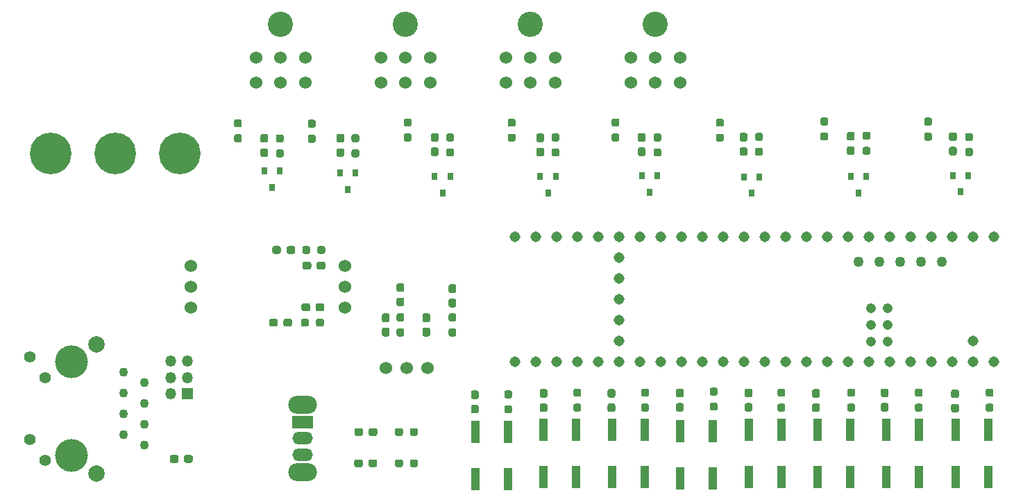
<source format=gbr>
%TF.GenerationSoftware,KiCad,Pcbnew,(5.1.10)-1*%
%TF.CreationDate,2021-12-04T20:09:58-06:00*%
%TF.ProjectId,GimbalBoard_Hardware,47696d62-616c-4426-9f61-72645f486172,rev?*%
%TF.SameCoordinates,Original*%
%TF.FileFunction,Soldermask,Top*%
%TF.FilePolarity,Negative*%
%FSLAX46Y46*%
G04 Gerber Fmt 4.6, Leading zero omitted, Abs format (unit mm)*
G04 Created by KiCad (PCBNEW (5.1.10)-1) date 2021-12-04 20:09:58*
%MOMM*%
%LPD*%
G01*
G04 APERTURE LIST*
%ADD10C,1.308000*%
%ADD11C,1.208000*%
%ADD12C,1.258000*%
%ADD13O,3.500000X2.200000*%
%ADD14O,2.500000X1.500000*%
%ADD15R,2.500000X1.500000*%
%ADD16C,1.524000*%
%ADD17C,3.073400*%
%ADD18C,2.000000*%
%ADD19C,1.400000*%
%ADD20C,4.000000*%
%ADD21C,1.100000*%
%ADD22R,1.000000X2.750000*%
%ADD23R,1.350000X1.350000*%
%ADD24O,1.350000X1.350000*%
%ADD25R,0.800000X0.900000*%
%ADD26C,5.080000*%
G04 APERTURE END LIST*
D10*
%TO.C,U5*%
X146558000Y-62484000D03*
X100838000Y-65024000D03*
X110998000Y-77724000D03*
D11*
X131588000Y-75274000D03*
X131588000Y-71274000D03*
D10*
X100838000Y-75184000D03*
D11*
X133588000Y-75274000D03*
D10*
X144018000Y-62484000D03*
X100838000Y-67564000D03*
X144018000Y-75184000D03*
X100838000Y-72644000D03*
D11*
X131588000Y-73274000D03*
D10*
X100838000Y-70104000D03*
X146558000Y-77724000D03*
X121158000Y-62484000D03*
X90678000Y-62484000D03*
X103378000Y-77724000D03*
X136398000Y-62484000D03*
X133858000Y-77724000D03*
X141478000Y-77724000D03*
D12*
X140208000Y-65534000D03*
D10*
X141478000Y-62484000D03*
D12*
X137668000Y-65534000D03*
D10*
X118618000Y-77724000D03*
X144018000Y-77724000D03*
X93218000Y-77724000D03*
D11*
X133588000Y-73274000D03*
D10*
X108458000Y-77724000D03*
X116078000Y-62484000D03*
D12*
X135128000Y-65534000D03*
D10*
X128778000Y-77724000D03*
X131318000Y-77724000D03*
X98298000Y-62484000D03*
X108458000Y-62484000D03*
X88138000Y-62484000D03*
X95758000Y-62484000D03*
X100838000Y-77724000D03*
X126238000Y-77724000D03*
X123698000Y-62484000D03*
D11*
X133588000Y-71274000D03*
D10*
X95758000Y-77724000D03*
X105918000Y-77724000D03*
X133858000Y-62484000D03*
D12*
X132588000Y-65534000D03*
D10*
X128778000Y-62484000D03*
X118618000Y-62484000D03*
X113538000Y-62484000D03*
X90678000Y-77724000D03*
X100838000Y-62484000D03*
X88138000Y-77724000D03*
D12*
X130048000Y-65534000D03*
D10*
X116078000Y-77724000D03*
X123698000Y-77724000D03*
X131318000Y-62484000D03*
X126238000Y-62484000D03*
X136398000Y-77724000D03*
X105918000Y-62484000D03*
X138938000Y-62484000D03*
X121158000Y-77724000D03*
X103378000Y-62484000D03*
X110998000Y-62484000D03*
X113538000Y-77724000D03*
X93218000Y-62484000D03*
X98298000Y-77724000D03*
X138938000Y-77724000D03*
%TD*%
D13*
%TO.C,SW9*%
X62230000Y-91190000D03*
X62230000Y-82990000D03*
D14*
X62230000Y-89090000D03*
X62230000Y-87090000D03*
D15*
X62230000Y-85090000D03*
%TD*%
D16*
%TO.C,U1*%
X48615600Y-66040000D03*
X48615600Y-68580000D03*
X48615600Y-71120000D03*
%TD*%
%TO.C,Conn13*%
X77800200Y-43688000D03*
X77800200Y-40690800D03*
D17*
X74803000Y-36626800D03*
D16*
X74803000Y-40690800D03*
X71805800Y-40690800D03*
X71805800Y-43688000D03*
X74803000Y-43688000D03*
%TD*%
%TO.C,Conn12*%
X93040200Y-43688000D03*
X93040200Y-40690800D03*
D17*
X90043000Y-36626800D03*
D16*
X90043000Y-40690800D03*
X87045800Y-40690800D03*
X87045800Y-43688000D03*
X90043000Y-43688000D03*
%TD*%
%TO.C,Conn11*%
X105283000Y-43688000D03*
X102285800Y-43688000D03*
X102285800Y-40690800D03*
X105283000Y-40690800D03*
D17*
X105283000Y-36626800D03*
D16*
X108280200Y-40690800D03*
X108280200Y-43688000D03*
%TD*%
%TO.C,Conn10*%
X62560200Y-43688000D03*
X62560200Y-40690800D03*
D17*
X59563000Y-36626800D03*
D16*
X59563000Y-40690800D03*
X56565800Y-40690800D03*
X56565800Y-43688000D03*
X59563000Y-43688000D03*
%TD*%
D18*
%TO.C,J2*%
X37132000Y-91366800D03*
X37132000Y-75616800D03*
D19*
X29002000Y-77166800D03*
X30792000Y-89816800D03*
X30792000Y-79706800D03*
X29002000Y-87276800D03*
D20*
X34082000Y-77776800D03*
X34082000Y-89206800D03*
D21*
X40432000Y-79046800D03*
X40432000Y-81586800D03*
X40432000Y-84126800D03*
X40432000Y-86666800D03*
X42972000Y-80316800D03*
X42972000Y-82856800D03*
X42972000Y-85396800D03*
X42972000Y-87936800D03*
%TD*%
D22*
%TO.C,SW1*%
X145916400Y-86065720D03*
X145916400Y-91825720D03*
X141916400Y-91825720D03*
X141916400Y-86065720D03*
%TD*%
D23*
%TO.C,J1*%
X48158400Y-81686400D03*
D24*
X46158400Y-81686400D03*
X48158400Y-79686400D03*
X46158400Y-79686400D03*
X48158400Y-77686400D03*
X46158400Y-77686400D03*
%TD*%
%TO.C,C5*%
G36*
G01*
X48846100Y-89373700D02*
X48846100Y-89848700D01*
G75*
G02*
X48608600Y-90086200I-237500J0D01*
G01*
X48008600Y-90086200D01*
G75*
G02*
X47771100Y-89848700I0J237500D01*
G01*
X47771100Y-89373700D01*
G75*
G02*
X48008600Y-89136200I237500J0D01*
G01*
X48608600Y-89136200D01*
G75*
G02*
X48846100Y-89373700I0J-237500D01*
G01*
G37*
G36*
G01*
X47121100Y-89373700D02*
X47121100Y-89848700D01*
G75*
G02*
X46883600Y-90086200I-237500J0D01*
G01*
X46283600Y-90086200D01*
G75*
G02*
X46046100Y-89848700I0J237500D01*
G01*
X46046100Y-89373700D01*
G75*
G02*
X46283600Y-89136200I237500J0D01*
G01*
X46883600Y-89136200D01*
G75*
G02*
X47121100Y-89373700I0J-237500D01*
G01*
G37*
%TD*%
D16*
%TO.C,U3*%
X72390000Y-78486000D03*
X74930000Y-78486000D03*
X77470000Y-78486000D03*
%TD*%
%TO.C,U2*%
X67411600Y-66040000D03*
X67411600Y-68580000D03*
X67411600Y-71120000D03*
%TD*%
D22*
%TO.C,SW8*%
X87344000Y-86274000D03*
X87344000Y-92034000D03*
X83344000Y-92034000D03*
X83344000Y-86274000D03*
%TD*%
%TO.C,SW7*%
X95624400Y-86065720D03*
X95624400Y-91825720D03*
X91624400Y-91825720D03*
X91624400Y-86065720D03*
%TD*%
%TO.C,SW6*%
X104006400Y-86065720D03*
X104006400Y-91825720D03*
X100006400Y-91825720D03*
X100006400Y-86065720D03*
%TD*%
%TO.C,SW5*%
X112261400Y-86192720D03*
X112261400Y-91952720D03*
X108261400Y-91952720D03*
X108261400Y-86192720D03*
%TD*%
%TO.C,SW4*%
X116643400Y-86065720D03*
X116643400Y-91825720D03*
X120643400Y-91825720D03*
X120643400Y-86065720D03*
%TD*%
%TO.C,SW3*%
X129025400Y-86065720D03*
X129025400Y-91825720D03*
X125025400Y-91825720D03*
X125025400Y-86065720D03*
%TD*%
%TO.C,SW2*%
X137407400Y-86065720D03*
X137407400Y-91825720D03*
X133407400Y-91825720D03*
X133407400Y-86065720D03*
%TD*%
%TO.C,R32*%
G36*
G01*
X80001100Y-49933400D02*
X80476100Y-49933400D01*
G75*
G02*
X80713600Y-50170900I0J-237500D01*
G01*
X80713600Y-50670900D01*
G75*
G02*
X80476100Y-50908400I-237500J0D01*
G01*
X80001100Y-50908400D01*
G75*
G02*
X79763600Y-50670900I0J237500D01*
G01*
X79763600Y-50170900D01*
G75*
G02*
X80001100Y-49933400I237500J0D01*
G01*
G37*
G36*
G01*
X80001100Y-51758400D02*
X80476100Y-51758400D01*
G75*
G02*
X80713600Y-51995900I0J-237500D01*
G01*
X80713600Y-52495900D01*
G75*
G02*
X80476100Y-52733400I-237500J0D01*
G01*
X80001100Y-52733400D01*
G75*
G02*
X79763600Y-52495900I0J237500D01*
G01*
X79763600Y-51995900D01*
G75*
G02*
X80001100Y-51758400I237500J0D01*
G01*
G37*
%TD*%
%TO.C,R31*%
G36*
G01*
X92853500Y-49933400D02*
X93328500Y-49933400D01*
G75*
G02*
X93566000Y-50170900I0J-237500D01*
G01*
X93566000Y-50670900D01*
G75*
G02*
X93328500Y-50908400I-237500J0D01*
G01*
X92853500Y-50908400D01*
G75*
G02*
X92616000Y-50670900I0J237500D01*
G01*
X92616000Y-50170900D01*
G75*
G02*
X92853500Y-49933400I237500J0D01*
G01*
G37*
G36*
G01*
X92853500Y-51758400D02*
X93328500Y-51758400D01*
G75*
G02*
X93566000Y-51995900I0J-237500D01*
G01*
X93566000Y-52495900D01*
G75*
G02*
X93328500Y-52733400I-237500J0D01*
G01*
X92853500Y-52733400D01*
G75*
G02*
X92616000Y-52495900I0J237500D01*
G01*
X92616000Y-51995900D01*
G75*
G02*
X92853500Y-51758400I237500J0D01*
G01*
G37*
%TD*%
%TO.C,R30*%
G36*
G01*
X105299500Y-49933400D02*
X105774500Y-49933400D01*
G75*
G02*
X106012000Y-50170900I0J-237500D01*
G01*
X106012000Y-50670900D01*
G75*
G02*
X105774500Y-50908400I-237500J0D01*
G01*
X105299500Y-50908400D01*
G75*
G02*
X105062000Y-50670900I0J237500D01*
G01*
X105062000Y-50170900D01*
G75*
G02*
X105299500Y-49933400I237500J0D01*
G01*
G37*
G36*
G01*
X105299500Y-51758400D02*
X105774500Y-51758400D01*
G75*
G02*
X106012000Y-51995900I0J-237500D01*
G01*
X106012000Y-52495900D01*
G75*
G02*
X105774500Y-52733400I-237500J0D01*
G01*
X105299500Y-52733400D01*
G75*
G02*
X105062000Y-52495900I0J237500D01*
G01*
X105062000Y-51995900D01*
G75*
G02*
X105299500Y-51758400I237500J0D01*
G01*
G37*
%TD*%
%TO.C,R29*%
G36*
G01*
X117682000Y-49857200D02*
X118157000Y-49857200D01*
G75*
G02*
X118394500Y-50094700I0J-237500D01*
G01*
X118394500Y-50594700D01*
G75*
G02*
X118157000Y-50832200I-237500J0D01*
G01*
X117682000Y-50832200D01*
G75*
G02*
X117444500Y-50594700I0J237500D01*
G01*
X117444500Y-50094700D01*
G75*
G02*
X117682000Y-49857200I237500J0D01*
G01*
G37*
G36*
G01*
X117682000Y-51682200D02*
X118157000Y-51682200D01*
G75*
G02*
X118394500Y-51919700I0J-237500D01*
G01*
X118394500Y-52419700D01*
G75*
G02*
X118157000Y-52657200I-237500J0D01*
G01*
X117682000Y-52657200D01*
G75*
G02*
X117444500Y-52419700I0J237500D01*
G01*
X117444500Y-51919700D01*
G75*
G02*
X117682000Y-51682200I237500J0D01*
G01*
G37*
%TD*%
%TO.C,R28*%
G36*
G01*
X130801100Y-49730200D02*
X131276100Y-49730200D01*
G75*
G02*
X131513600Y-49967700I0J-237500D01*
G01*
X131513600Y-50467700D01*
G75*
G02*
X131276100Y-50705200I-237500J0D01*
G01*
X130801100Y-50705200D01*
G75*
G02*
X130563600Y-50467700I0J237500D01*
G01*
X130563600Y-49967700D01*
G75*
G02*
X130801100Y-49730200I237500J0D01*
G01*
G37*
G36*
G01*
X130801100Y-51555200D02*
X131276100Y-51555200D01*
G75*
G02*
X131513600Y-51792700I0J-237500D01*
G01*
X131513600Y-52292700D01*
G75*
G02*
X131276100Y-52530200I-237500J0D01*
G01*
X130801100Y-52530200D01*
G75*
G02*
X130563600Y-52292700I0J237500D01*
G01*
X130563600Y-51792700D01*
G75*
G02*
X130801100Y-51555200I237500J0D01*
G01*
G37*
%TD*%
%TO.C,R27*%
G36*
G01*
X143297900Y-49882600D02*
X143772900Y-49882600D01*
G75*
G02*
X144010400Y-50120100I0J-237500D01*
G01*
X144010400Y-50620100D01*
G75*
G02*
X143772900Y-50857600I-237500J0D01*
G01*
X143297900Y-50857600D01*
G75*
G02*
X143060400Y-50620100I0J237500D01*
G01*
X143060400Y-50120100D01*
G75*
G02*
X143297900Y-49882600I237500J0D01*
G01*
G37*
G36*
G01*
X143297900Y-51707600D02*
X143772900Y-51707600D01*
G75*
G02*
X144010400Y-51945100I0J-237500D01*
G01*
X144010400Y-52445100D01*
G75*
G02*
X143772900Y-52682600I-237500J0D01*
G01*
X143297900Y-52682600D01*
G75*
G02*
X143060400Y-52445100I0J237500D01*
G01*
X143060400Y-51945100D01*
G75*
G02*
X143297900Y-51707600I237500J0D01*
G01*
G37*
%TD*%
%TO.C,R26*%
G36*
G01*
X68444100Y-51858100D02*
X68919100Y-51858100D01*
G75*
G02*
X69156600Y-52095600I0J-237500D01*
G01*
X69156600Y-52595600D01*
G75*
G02*
X68919100Y-52833100I-237500J0D01*
G01*
X68444100Y-52833100D01*
G75*
G02*
X68206600Y-52595600I0J237500D01*
G01*
X68206600Y-52095600D01*
G75*
G02*
X68444100Y-51858100I237500J0D01*
G01*
G37*
G36*
G01*
X68444100Y-50033100D02*
X68919100Y-50033100D01*
G75*
G02*
X69156600Y-50270600I0J-237500D01*
G01*
X69156600Y-50770600D01*
G75*
G02*
X68919100Y-51008100I-237500J0D01*
G01*
X68444100Y-51008100D01*
G75*
G02*
X68206600Y-50770600I0J237500D01*
G01*
X68206600Y-50270600D01*
G75*
G02*
X68444100Y-50033100I237500J0D01*
G01*
G37*
%TD*%
%TO.C,R25*%
G36*
G01*
X59223900Y-51874600D02*
X59698900Y-51874600D01*
G75*
G02*
X59936400Y-52112100I0J-237500D01*
G01*
X59936400Y-52612100D01*
G75*
G02*
X59698900Y-52849600I-237500J0D01*
G01*
X59223900Y-52849600D01*
G75*
G02*
X58986400Y-52612100I0J237500D01*
G01*
X58986400Y-52112100D01*
G75*
G02*
X59223900Y-51874600I237500J0D01*
G01*
G37*
G36*
G01*
X59223900Y-50049600D02*
X59698900Y-50049600D01*
G75*
G02*
X59936400Y-50287100I0J-237500D01*
G01*
X59936400Y-50787100D01*
G75*
G02*
X59698900Y-51024600I-237500J0D01*
G01*
X59223900Y-51024600D01*
G75*
G02*
X58986400Y-50787100I0J237500D01*
G01*
X58986400Y-50287100D01*
G75*
G02*
X59223900Y-50049600I237500J0D01*
G01*
G37*
%TD*%
%TO.C,R24*%
G36*
G01*
X74819500Y-48106500D02*
X75294500Y-48106500D01*
G75*
G02*
X75532000Y-48344000I0J-237500D01*
G01*
X75532000Y-48844000D01*
G75*
G02*
X75294500Y-49081500I-237500J0D01*
G01*
X74819500Y-49081500D01*
G75*
G02*
X74582000Y-48844000I0J237500D01*
G01*
X74582000Y-48344000D01*
G75*
G02*
X74819500Y-48106500I237500J0D01*
G01*
G37*
G36*
G01*
X74819500Y-49931500D02*
X75294500Y-49931500D01*
G75*
G02*
X75532000Y-50169000I0J-237500D01*
G01*
X75532000Y-50669000D01*
G75*
G02*
X75294500Y-50906500I-237500J0D01*
G01*
X74819500Y-50906500D01*
G75*
G02*
X74582000Y-50669000I0J237500D01*
G01*
X74582000Y-50169000D01*
G75*
G02*
X74819500Y-49931500I237500J0D01*
G01*
G37*
%TD*%
%TO.C,R23*%
G36*
G01*
X87519500Y-48130000D02*
X87994500Y-48130000D01*
G75*
G02*
X88232000Y-48367500I0J-237500D01*
G01*
X88232000Y-48867500D01*
G75*
G02*
X87994500Y-49105000I-237500J0D01*
G01*
X87519500Y-49105000D01*
G75*
G02*
X87282000Y-48867500I0J237500D01*
G01*
X87282000Y-48367500D01*
G75*
G02*
X87519500Y-48130000I237500J0D01*
G01*
G37*
G36*
G01*
X87519500Y-49955000D02*
X87994500Y-49955000D01*
G75*
G02*
X88232000Y-50192500I0J-237500D01*
G01*
X88232000Y-50692500D01*
G75*
G02*
X87994500Y-50930000I-237500J0D01*
G01*
X87519500Y-50930000D01*
G75*
G02*
X87282000Y-50692500I0J237500D01*
G01*
X87282000Y-50192500D01*
G75*
G02*
X87519500Y-49955000I237500J0D01*
G01*
G37*
%TD*%
%TO.C,R22*%
G36*
G01*
X100168700Y-49929600D02*
X100643700Y-49929600D01*
G75*
G02*
X100881200Y-50167100I0J-237500D01*
G01*
X100881200Y-50667100D01*
G75*
G02*
X100643700Y-50904600I-237500J0D01*
G01*
X100168700Y-50904600D01*
G75*
G02*
X99931200Y-50667100I0J237500D01*
G01*
X99931200Y-50167100D01*
G75*
G02*
X100168700Y-49929600I237500J0D01*
G01*
G37*
G36*
G01*
X100168700Y-48104600D02*
X100643700Y-48104600D01*
G75*
G02*
X100881200Y-48342100I0J-237500D01*
G01*
X100881200Y-48842100D01*
G75*
G02*
X100643700Y-49079600I-237500J0D01*
G01*
X100168700Y-49079600D01*
G75*
G02*
X99931200Y-48842100I0J237500D01*
G01*
X99931200Y-48342100D01*
G75*
G02*
X100168700Y-48104600I237500J0D01*
G01*
G37*
%TD*%
%TO.C,R21*%
G36*
G01*
X112919500Y-48130000D02*
X113394500Y-48130000D01*
G75*
G02*
X113632000Y-48367500I0J-237500D01*
G01*
X113632000Y-48867500D01*
G75*
G02*
X113394500Y-49105000I-237500J0D01*
G01*
X112919500Y-49105000D01*
G75*
G02*
X112682000Y-48867500I0J237500D01*
G01*
X112682000Y-48367500D01*
G75*
G02*
X112919500Y-48130000I237500J0D01*
G01*
G37*
G36*
G01*
X112919500Y-49955000D02*
X113394500Y-49955000D01*
G75*
G02*
X113632000Y-50192500I0J-237500D01*
G01*
X113632000Y-50692500D01*
G75*
G02*
X113394500Y-50930000I-237500J0D01*
G01*
X112919500Y-50930000D01*
G75*
G02*
X112682000Y-50692500I0J237500D01*
G01*
X112682000Y-50192500D01*
G75*
G02*
X112919500Y-49955000I237500J0D01*
G01*
G37*
%TD*%
%TO.C,R20*%
G36*
G01*
X125644900Y-47977600D02*
X126119900Y-47977600D01*
G75*
G02*
X126357400Y-48215100I0J-237500D01*
G01*
X126357400Y-48715100D01*
G75*
G02*
X126119900Y-48952600I-237500J0D01*
G01*
X125644900Y-48952600D01*
G75*
G02*
X125407400Y-48715100I0J237500D01*
G01*
X125407400Y-48215100D01*
G75*
G02*
X125644900Y-47977600I237500J0D01*
G01*
G37*
G36*
G01*
X125644900Y-49802600D02*
X126119900Y-49802600D01*
G75*
G02*
X126357400Y-50040100I0J-237500D01*
G01*
X126357400Y-50540100D01*
G75*
G02*
X126119900Y-50777600I-237500J0D01*
G01*
X125644900Y-50777600D01*
G75*
G02*
X125407400Y-50540100I0J237500D01*
G01*
X125407400Y-50040100D01*
G75*
G02*
X125644900Y-49802600I237500J0D01*
G01*
G37*
%TD*%
%TO.C,R19*%
G36*
G01*
X138319500Y-48003000D02*
X138794500Y-48003000D01*
G75*
G02*
X139032000Y-48240500I0J-237500D01*
G01*
X139032000Y-48740500D01*
G75*
G02*
X138794500Y-48978000I-237500J0D01*
G01*
X138319500Y-48978000D01*
G75*
G02*
X138082000Y-48740500I0J237500D01*
G01*
X138082000Y-48240500D01*
G75*
G02*
X138319500Y-48003000I237500J0D01*
G01*
G37*
G36*
G01*
X138319500Y-49828000D02*
X138794500Y-49828000D01*
G75*
G02*
X139032000Y-50065500I0J-237500D01*
G01*
X139032000Y-50565500D01*
G75*
G02*
X138794500Y-50803000I-237500J0D01*
G01*
X138319500Y-50803000D01*
G75*
G02*
X138082000Y-50565500I0J237500D01*
G01*
X138082000Y-50065500D01*
G75*
G02*
X138319500Y-49828000I237500J0D01*
G01*
G37*
%TD*%
%TO.C,R18*%
G36*
G01*
X63135500Y-50082000D02*
X63610500Y-50082000D01*
G75*
G02*
X63848000Y-50319500I0J-237500D01*
G01*
X63848000Y-50819500D01*
G75*
G02*
X63610500Y-51057000I-237500J0D01*
G01*
X63135500Y-51057000D01*
G75*
G02*
X62898000Y-50819500I0J237500D01*
G01*
X62898000Y-50319500D01*
G75*
G02*
X63135500Y-50082000I237500J0D01*
G01*
G37*
G36*
G01*
X63135500Y-48257000D02*
X63610500Y-48257000D01*
G75*
G02*
X63848000Y-48494500I0J-237500D01*
G01*
X63848000Y-48994500D01*
G75*
G02*
X63610500Y-49232000I-237500J0D01*
G01*
X63135500Y-49232000D01*
G75*
G02*
X62898000Y-48994500I0J237500D01*
G01*
X62898000Y-48494500D01*
G75*
G02*
X63135500Y-48257000I237500J0D01*
G01*
G37*
%TD*%
%TO.C,R17*%
G36*
G01*
X54118500Y-50029300D02*
X54593500Y-50029300D01*
G75*
G02*
X54831000Y-50266800I0J-237500D01*
G01*
X54831000Y-50766800D01*
G75*
G02*
X54593500Y-51004300I-237500J0D01*
G01*
X54118500Y-51004300D01*
G75*
G02*
X53881000Y-50766800I0J237500D01*
G01*
X53881000Y-50266800D01*
G75*
G02*
X54118500Y-50029300I237500J0D01*
G01*
G37*
G36*
G01*
X54118500Y-48204300D02*
X54593500Y-48204300D01*
G75*
G02*
X54831000Y-48441800I0J-237500D01*
G01*
X54831000Y-48941800D01*
G75*
G02*
X54593500Y-49179300I-237500J0D01*
G01*
X54118500Y-49179300D01*
G75*
G02*
X53881000Y-48941800I0J237500D01*
G01*
X53881000Y-48441800D01*
G75*
G02*
X54118500Y-48204300I237500J0D01*
G01*
G37*
%TD*%
%TO.C,R16*%
G36*
G01*
X73504600Y-90382100D02*
X73504600Y-89907100D01*
G75*
G02*
X73742100Y-89669600I237500J0D01*
G01*
X74242100Y-89669600D01*
G75*
G02*
X74479600Y-89907100I0J-237500D01*
G01*
X74479600Y-90382100D01*
G75*
G02*
X74242100Y-90619600I-237500J0D01*
G01*
X73742100Y-90619600D01*
G75*
G02*
X73504600Y-90382100I0J237500D01*
G01*
G37*
G36*
G01*
X75329600Y-90382100D02*
X75329600Y-89907100D01*
G75*
G02*
X75567100Y-89669600I237500J0D01*
G01*
X76067100Y-89669600D01*
G75*
G02*
X76304600Y-89907100I0J-237500D01*
G01*
X76304600Y-90382100D01*
G75*
G02*
X76067100Y-90619600I-237500J0D01*
G01*
X75567100Y-90619600D01*
G75*
G02*
X75329600Y-90382100I0J237500D01*
G01*
G37*
%TD*%
%TO.C,R15*%
G36*
G01*
X73504600Y-86572100D02*
X73504600Y-86097100D01*
G75*
G02*
X73742100Y-85859600I237500J0D01*
G01*
X74242100Y-85859600D01*
G75*
G02*
X74479600Y-86097100I0J-237500D01*
G01*
X74479600Y-86572100D01*
G75*
G02*
X74242100Y-86809600I-237500J0D01*
G01*
X73742100Y-86809600D01*
G75*
G02*
X73504600Y-86572100I0J237500D01*
G01*
G37*
G36*
G01*
X75329600Y-86572100D02*
X75329600Y-86097100D01*
G75*
G02*
X75567100Y-85859600I237500J0D01*
G01*
X76067100Y-85859600D01*
G75*
G02*
X76304600Y-86097100I0J-237500D01*
G01*
X76304600Y-86572100D01*
G75*
G02*
X76067100Y-86809600I-237500J0D01*
G01*
X75567100Y-86809600D01*
G75*
G02*
X75329600Y-86572100I0J237500D01*
G01*
G37*
%TD*%
%TO.C,R13*%
G36*
G01*
X87562700Y-84051600D02*
X87087700Y-84051600D01*
G75*
G02*
X86850200Y-83814100I0J237500D01*
G01*
X86850200Y-83314100D01*
G75*
G02*
X87087700Y-83076600I237500J0D01*
G01*
X87562700Y-83076600D01*
G75*
G02*
X87800200Y-83314100I0J-237500D01*
G01*
X87800200Y-83814100D01*
G75*
G02*
X87562700Y-84051600I-237500J0D01*
G01*
G37*
G36*
G01*
X87562700Y-82226600D02*
X87087700Y-82226600D01*
G75*
G02*
X86850200Y-81989100I0J237500D01*
G01*
X86850200Y-81489100D01*
G75*
G02*
X87087700Y-81251600I237500J0D01*
G01*
X87562700Y-81251600D01*
G75*
G02*
X87800200Y-81489100I0J-237500D01*
G01*
X87800200Y-81989100D01*
G75*
G02*
X87562700Y-82226600I-237500J0D01*
G01*
G37*
%TD*%
%TO.C,R12*%
G36*
G01*
X95995500Y-82021500D02*
X95520500Y-82021500D01*
G75*
G02*
X95283000Y-81784000I0J237500D01*
G01*
X95283000Y-81284000D01*
G75*
G02*
X95520500Y-81046500I237500J0D01*
G01*
X95995500Y-81046500D01*
G75*
G02*
X96233000Y-81284000I0J-237500D01*
G01*
X96233000Y-81784000D01*
G75*
G02*
X95995500Y-82021500I-237500J0D01*
G01*
G37*
G36*
G01*
X95995500Y-83846500D02*
X95520500Y-83846500D01*
G75*
G02*
X95283000Y-83609000I0J237500D01*
G01*
X95283000Y-83109000D01*
G75*
G02*
X95520500Y-82871500I237500J0D01*
G01*
X95995500Y-82871500D01*
G75*
G02*
X96233000Y-83109000I0J-237500D01*
G01*
X96233000Y-83609000D01*
G75*
G02*
X95995500Y-83846500I-237500J0D01*
G01*
G37*
%TD*%
%TO.C,R11*%
G36*
G01*
X104250500Y-82021500D02*
X103775500Y-82021500D01*
G75*
G02*
X103538000Y-81784000I0J237500D01*
G01*
X103538000Y-81284000D01*
G75*
G02*
X103775500Y-81046500I237500J0D01*
G01*
X104250500Y-81046500D01*
G75*
G02*
X104488000Y-81284000I0J-237500D01*
G01*
X104488000Y-81784000D01*
G75*
G02*
X104250500Y-82021500I-237500J0D01*
G01*
G37*
G36*
G01*
X104250500Y-83846500D02*
X103775500Y-83846500D01*
G75*
G02*
X103538000Y-83609000I0J237500D01*
G01*
X103538000Y-83109000D01*
G75*
G02*
X103775500Y-82871500I237500J0D01*
G01*
X104250500Y-82871500D01*
G75*
G02*
X104488000Y-83109000I0J-237500D01*
G01*
X104488000Y-83609000D01*
G75*
G02*
X104250500Y-83846500I-237500J0D01*
G01*
G37*
%TD*%
%TO.C,R10*%
G36*
G01*
X112632500Y-81894500D02*
X112157500Y-81894500D01*
G75*
G02*
X111920000Y-81657000I0J237500D01*
G01*
X111920000Y-81157000D01*
G75*
G02*
X112157500Y-80919500I237500J0D01*
G01*
X112632500Y-80919500D01*
G75*
G02*
X112870000Y-81157000I0J-237500D01*
G01*
X112870000Y-81657000D01*
G75*
G02*
X112632500Y-81894500I-237500J0D01*
G01*
G37*
G36*
G01*
X112632500Y-83719500D02*
X112157500Y-83719500D01*
G75*
G02*
X111920000Y-83482000I0J237500D01*
G01*
X111920000Y-82982000D01*
G75*
G02*
X112157500Y-82744500I237500J0D01*
G01*
X112632500Y-82744500D01*
G75*
G02*
X112870000Y-82982000I0J-237500D01*
G01*
X112870000Y-83482000D01*
G75*
G02*
X112632500Y-83719500I-237500J0D01*
G01*
G37*
%TD*%
%TO.C,R9*%
G36*
G01*
X120887500Y-83846500D02*
X120412500Y-83846500D01*
G75*
G02*
X120175000Y-83609000I0J237500D01*
G01*
X120175000Y-83109000D01*
G75*
G02*
X120412500Y-82871500I237500J0D01*
G01*
X120887500Y-82871500D01*
G75*
G02*
X121125000Y-83109000I0J-237500D01*
G01*
X121125000Y-83609000D01*
G75*
G02*
X120887500Y-83846500I-237500J0D01*
G01*
G37*
G36*
G01*
X120887500Y-82021500D02*
X120412500Y-82021500D01*
G75*
G02*
X120175000Y-81784000I0J237500D01*
G01*
X120175000Y-81284000D01*
G75*
G02*
X120412500Y-81046500I237500J0D01*
G01*
X120887500Y-81046500D01*
G75*
G02*
X121125000Y-81284000I0J-237500D01*
G01*
X121125000Y-81784000D01*
G75*
G02*
X120887500Y-82021500I-237500J0D01*
G01*
G37*
%TD*%
%TO.C,R8*%
G36*
G01*
X129396500Y-82021500D02*
X128921500Y-82021500D01*
G75*
G02*
X128684000Y-81784000I0J237500D01*
G01*
X128684000Y-81284000D01*
G75*
G02*
X128921500Y-81046500I237500J0D01*
G01*
X129396500Y-81046500D01*
G75*
G02*
X129634000Y-81284000I0J-237500D01*
G01*
X129634000Y-81784000D01*
G75*
G02*
X129396500Y-82021500I-237500J0D01*
G01*
G37*
G36*
G01*
X129396500Y-83846500D02*
X128921500Y-83846500D01*
G75*
G02*
X128684000Y-83609000I0J237500D01*
G01*
X128684000Y-83109000D01*
G75*
G02*
X128921500Y-82871500I237500J0D01*
G01*
X129396500Y-82871500D01*
G75*
G02*
X129634000Y-83109000I0J-237500D01*
G01*
X129634000Y-83609000D01*
G75*
G02*
X129396500Y-83846500I-237500J0D01*
G01*
G37*
%TD*%
%TO.C,R7*%
G36*
G01*
X137651500Y-82021500D02*
X137176500Y-82021500D01*
G75*
G02*
X136939000Y-81784000I0J237500D01*
G01*
X136939000Y-81284000D01*
G75*
G02*
X137176500Y-81046500I237500J0D01*
G01*
X137651500Y-81046500D01*
G75*
G02*
X137889000Y-81284000I0J-237500D01*
G01*
X137889000Y-81784000D01*
G75*
G02*
X137651500Y-82021500I-237500J0D01*
G01*
G37*
G36*
G01*
X137651500Y-83846500D02*
X137176500Y-83846500D01*
G75*
G02*
X136939000Y-83609000I0J237500D01*
G01*
X136939000Y-83109000D01*
G75*
G02*
X137176500Y-82871500I237500J0D01*
G01*
X137651500Y-82871500D01*
G75*
G02*
X137889000Y-83109000I0J-237500D01*
G01*
X137889000Y-83609000D01*
G75*
G02*
X137651500Y-83846500I-237500J0D01*
G01*
G37*
%TD*%
%TO.C,R6*%
G36*
G01*
X146287500Y-82021500D02*
X145812500Y-82021500D01*
G75*
G02*
X145575000Y-81784000I0J237500D01*
G01*
X145575000Y-81284000D01*
G75*
G02*
X145812500Y-81046500I237500J0D01*
G01*
X146287500Y-81046500D01*
G75*
G02*
X146525000Y-81284000I0J-237500D01*
G01*
X146525000Y-81784000D01*
G75*
G02*
X146287500Y-82021500I-237500J0D01*
G01*
G37*
G36*
G01*
X146287500Y-83846500D02*
X145812500Y-83846500D01*
G75*
G02*
X145575000Y-83609000I0J237500D01*
G01*
X145575000Y-83109000D01*
G75*
G02*
X145812500Y-82871500I237500J0D01*
G01*
X146287500Y-82871500D01*
G75*
G02*
X146525000Y-83109000I0J-237500D01*
G01*
X146525000Y-83609000D01*
G75*
G02*
X146287500Y-83846500I-237500J0D01*
G01*
G37*
%TD*%
%TO.C,R5*%
G36*
G01*
X73930500Y-73704000D02*
X74405500Y-73704000D01*
G75*
G02*
X74643000Y-73941500I0J-237500D01*
G01*
X74643000Y-74441500D01*
G75*
G02*
X74405500Y-74679000I-237500J0D01*
G01*
X73930500Y-74679000D01*
G75*
G02*
X73693000Y-74441500I0J237500D01*
G01*
X73693000Y-73941500D01*
G75*
G02*
X73930500Y-73704000I237500J0D01*
G01*
G37*
G36*
G01*
X73930500Y-71879000D02*
X74405500Y-71879000D01*
G75*
G02*
X74643000Y-72116500I0J-237500D01*
G01*
X74643000Y-72616500D01*
G75*
G02*
X74405500Y-72854000I-237500J0D01*
G01*
X73930500Y-72854000D01*
G75*
G02*
X73693000Y-72616500I0J237500D01*
G01*
X73693000Y-72116500D01*
G75*
G02*
X73930500Y-71879000I237500J0D01*
G01*
G37*
%TD*%
%TO.C,R3*%
G36*
G01*
X64028500Y-64372500D02*
X64028500Y-63897500D01*
G75*
G02*
X64266000Y-63660000I237500J0D01*
G01*
X64766000Y-63660000D01*
G75*
G02*
X65003500Y-63897500I0J-237500D01*
G01*
X65003500Y-64372500D01*
G75*
G02*
X64766000Y-64610000I-237500J0D01*
G01*
X64266000Y-64610000D01*
G75*
G02*
X64028500Y-64372500I0J237500D01*
G01*
G37*
G36*
G01*
X62203500Y-64372500D02*
X62203500Y-63897500D01*
G75*
G02*
X62441000Y-63660000I237500J0D01*
G01*
X62941000Y-63660000D01*
G75*
G02*
X63178500Y-63897500I0J-237500D01*
G01*
X63178500Y-64372500D01*
G75*
G02*
X62941000Y-64610000I-237500J0D01*
G01*
X62441000Y-64610000D01*
G75*
G02*
X62203500Y-64372500I0J237500D01*
G01*
G37*
%TD*%
%TO.C,R2*%
G36*
G01*
X80280500Y-73704000D02*
X80755500Y-73704000D01*
G75*
G02*
X80993000Y-73941500I0J-237500D01*
G01*
X80993000Y-74441500D01*
G75*
G02*
X80755500Y-74679000I-237500J0D01*
G01*
X80280500Y-74679000D01*
G75*
G02*
X80043000Y-74441500I0J237500D01*
G01*
X80043000Y-73941500D01*
G75*
G02*
X80280500Y-73704000I237500J0D01*
G01*
G37*
G36*
G01*
X80280500Y-71879000D02*
X80755500Y-71879000D01*
G75*
G02*
X80993000Y-72116500I0J-237500D01*
G01*
X80993000Y-72616500D01*
G75*
G02*
X80755500Y-72854000I-237500J0D01*
G01*
X80280500Y-72854000D01*
G75*
G02*
X80043000Y-72616500I0J237500D01*
G01*
X80043000Y-72116500D01*
G75*
G02*
X80280500Y-71879000I237500J0D01*
G01*
G37*
%TD*%
%TO.C,R1*%
G36*
G01*
X63872300Y-73237100D02*
X63872300Y-72762100D01*
G75*
G02*
X64109800Y-72524600I237500J0D01*
G01*
X64609800Y-72524600D01*
G75*
G02*
X64847300Y-72762100I0J-237500D01*
G01*
X64847300Y-73237100D01*
G75*
G02*
X64609800Y-73474600I-237500J0D01*
G01*
X64109800Y-73474600D01*
G75*
G02*
X63872300Y-73237100I0J237500D01*
G01*
G37*
G36*
G01*
X62047300Y-73237100D02*
X62047300Y-72762100D01*
G75*
G02*
X62284800Y-72524600I237500J0D01*
G01*
X62784800Y-72524600D01*
G75*
G02*
X63022300Y-72762100I0J-237500D01*
G01*
X63022300Y-73237100D01*
G75*
G02*
X62784800Y-73474600I-237500J0D01*
G01*
X62284800Y-73474600D01*
G75*
G02*
X62047300Y-73237100I0J237500D01*
G01*
G37*
%TD*%
D25*
%TO.C,Q8*%
X80261500Y-55159400D03*
X78361500Y-55159400D03*
X79311500Y-57159400D03*
%TD*%
%TO.C,Q7*%
X93126600Y-55159400D03*
X91226600Y-55159400D03*
X92176600Y-57159400D03*
%TD*%
%TO.C,Q6*%
X105521800Y-55108600D03*
X103621800Y-55108600D03*
X104571800Y-57108600D03*
%TD*%
%TO.C,Q5*%
X117967800Y-55210200D03*
X116067800Y-55210200D03*
X117017800Y-57210200D03*
%TD*%
%TO.C,Q4*%
X131023400Y-55159400D03*
X129123400Y-55159400D03*
X130073400Y-57159400D03*
%TD*%
%TO.C,Q3*%
X143469400Y-55057800D03*
X141569400Y-55057800D03*
X142519400Y-57057800D03*
%TD*%
%TO.C,Q2*%
X67741800Y-56753000D03*
X66791800Y-54753000D03*
X68691800Y-54753000D03*
%TD*%
%TO.C,Q1*%
X58511400Y-56483000D03*
X57561400Y-54483000D03*
X59461400Y-54483000D03*
%TD*%
%TO.C,D24*%
G36*
G01*
X78596500Y-52682600D02*
X78121500Y-52682600D01*
G75*
G02*
X77884000Y-52445100I0J237500D01*
G01*
X77884000Y-51870100D01*
G75*
G02*
X78121500Y-51632600I237500J0D01*
G01*
X78596500Y-51632600D01*
G75*
G02*
X78834000Y-51870100I0J-237500D01*
G01*
X78834000Y-52445100D01*
G75*
G02*
X78596500Y-52682600I-237500J0D01*
G01*
G37*
G36*
G01*
X78596500Y-50932600D02*
X78121500Y-50932600D01*
G75*
G02*
X77884000Y-50695100I0J237500D01*
G01*
X77884000Y-50120100D01*
G75*
G02*
X78121500Y-49882600I237500J0D01*
G01*
X78596500Y-49882600D01*
G75*
G02*
X78834000Y-50120100I0J-237500D01*
G01*
X78834000Y-50695100D01*
G75*
G02*
X78596500Y-50932600I-237500J0D01*
G01*
G37*
%TD*%
%TO.C,D23*%
G36*
G01*
X91474300Y-52733400D02*
X90999300Y-52733400D01*
G75*
G02*
X90761800Y-52495900I0J237500D01*
G01*
X90761800Y-51920900D01*
G75*
G02*
X90999300Y-51683400I237500J0D01*
G01*
X91474300Y-51683400D01*
G75*
G02*
X91711800Y-51920900I0J-237500D01*
G01*
X91711800Y-52495900D01*
G75*
G02*
X91474300Y-52733400I-237500J0D01*
G01*
G37*
G36*
G01*
X91474300Y-50983400D02*
X90999300Y-50983400D01*
G75*
G02*
X90761800Y-50745900I0J237500D01*
G01*
X90761800Y-50170900D01*
G75*
G02*
X90999300Y-49933400I237500J0D01*
G01*
X91474300Y-49933400D01*
G75*
G02*
X91711800Y-50170900I0J-237500D01*
G01*
X91711800Y-50745900D01*
G75*
G02*
X91474300Y-50983400I-237500J0D01*
G01*
G37*
%TD*%
%TO.C,D22*%
G36*
G01*
X103844100Y-52682600D02*
X103369100Y-52682600D01*
G75*
G02*
X103131600Y-52445100I0J237500D01*
G01*
X103131600Y-51870100D01*
G75*
G02*
X103369100Y-51632600I237500J0D01*
G01*
X103844100Y-51632600D01*
G75*
G02*
X104081600Y-51870100I0J-237500D01*
G01*
X104081600Y-52445100D01*
G75*
G02*
X103844100Y-52682600I-237500J0D01*
G01*
G37*
G36*
G01*
X103844100Y-50932600D02*
X103369100Y-50932600D01*
G75*
G02*
X103131600Y-50695100I0J237500D01*
G01*
X103131600Y-50120100D01*
G75*
G02*
X103369100Y-49882600I237500J0D01*
G01*
X103844100Y-49882600D01*
G75*
G02*
X104081600Y-50120100I0J-237500D01*
G01*
X104081600Y-50695100D01*
G75*
G02*
X103844100Y-50932600I-237500J0D01*
G01*
G37*
%TD*%
%TO.C,D21*%
G36*
G01*
X116277400Y-52657200D02*
X115802400Y-52657200D01*
G75*
G02*
X115564900Y-52419700I0J237500D01*
G01*
X115564900Y-51844700D01*
G75*
G02*
X115802400Y-51607200I237500J0D01*
G01*
X116277400Y-51607200D01*
G75*
G02*
X116514900Y-51844700I0J-237500D01*
G01*
X116514900Y-52419700D01*
G75*
G02*
X116277400Y-52657200I-237500J0D01*
G01*
G37*
G36*
G01*
X116277400Y-50907200D02*
X115802400Y-50907200D01*
G75*
G02*
X115564900Y-50669700I0J237500D01*
G01*
X115564900Y-50094700D01*
G75*
G02*
X115802400Y-49857200I237500J0D01*
G01*
X116277400Y-49857200D01*
G75*
G02*
X116514900Y-50094700I0J-237500D01*
G01*
X116514900Y-50669700D01*
G75*
G02*
X116277400Y-50907200I-237500J0D01*
G01*
G37*
%TD*%
%TO.C,D20*%
G36*
G01*
X129345700Y-52542900D02*
X128870700Y-52542900D01*
G75*
G02*
X128633200Y-52305400I0J237500D01*
G01*
X128633200Y-51730400D01*
G75*
G02*
X128870700Y-51492900I237500J0D01*
G01*
X129345700Y-51492900D01*
G75*
G02*
X129583200Y-51730400I0J-237500D01*
G01*
X129583200Y-52305400D01*
G75*
G02*
X129345700Y-52542900I-237500J0D01*
G01*
G37*
G36*
G01*
X129345700Y-50792900D02*
X128870700Y-50792900D01*
G75*
G02*
X128633200Y-50555400I0J237500D01*
G01*
X128633200Y-49980400D01*
G75*
G02*
X128870700Y-49742900I237500J0D01*
G01*
X129345700Y-49742900D01*
G75*
G02*
X129583200Y-49980400I0J-237500D01*
G01*
X129583200Y-50555400D01*
G75*
G02*
X129345700Y-50792900I-237500J0D01*
G01*
G37*
%TD*%
%TO.C,D19*%
G36*
G01*
X141817100Y-50856400D02*
X141342100Y-50856400D01*
G75*
G02*
X141104600Y-50618900I0J237500D01*
G01*
X141104600Y-50043900D01*
G75*
G02*
X141342100Y-49806400I237500J0D01*
G01*
X141817100Y-49806400D01*
G75*
G02*
X142054600Y-50043900I0J-237500D01*
G01*
X142054600Y-50618900D01*
G75*
G02*
X141817100Y-50856400I-237500J0D01*
G01*
G37*
G36*
G01*
X141817100Y-52606400D02*
X141342100Y-52606400D01*
G75*
G02*
X141104600Y-52368900I0J237500D01*
G01*
X141104600Y-51793900D01*
G75*
G02*
X141342100Y-51556400I237500J0D01*
G01*
X141817100Y-51556400D01*
G75*
G02*
X142054600Y-51793900I0J-237500D01*
G01*
X142054600Y-52368900D01*
G75*
G02*
X141817100Y-52606400I-237500J0D01*
G01*
G37*
%TD*%
%TO.C,D18*%
G36*
G01*
X67090300Y-51034200D02*
X66615300Y-51034200D01*
G75*
G02*
X66377800Y-50796700I0J237500D01*
G01*
X66377800Y-50221700D01*
G75*
G02*
X66615300Y-49984200I237500J0D01*
G01*
X67090300Y-49984200D01*
G75*
G02*
X67327800Y-50221700I0J-237500D01*
G01*
X67327800Y-50796700D01*
G75*
G02*
X67090300Y-51034200I-237500J0D01*
G01*
G37*
G36*
G01*
X67090300Y-52784200D02*
X66615300Y-52784200D01*
G75*
G02*
X66377800Y-52546700I0J237500D01*
G01*
X66377800Y-51971700D01*
G75*
G02*
X66615300Y-51734200I237500J0D01*
G01*
X67090300Y-51734200D01*
G75*
G02*
X67327800Y-51971700I0J-237500D01*
G01*
X67327800Y-52546700D01*
G75*
G02*
X67090300Y-52784200I-237500J0D01*
G01*
G37*
%TD*%
%TO.C,D17*%
G36*
G01*
X57793900Y-51045600D02*
X57318900Y-51045600D01*
G75*
G02*
X57081400Y-50808100I0J237500D01*
G01*
X57081400Y-50233100D01*
G75*
G02*
X57318900Y-49995600I237500J0D01*
G01*
X57793900Y-49995600D01*
G75*
G02*
X58031400Y-50233100I0J-237500D01*
G01*
X58031400Y-50808100D01*
G75*
G02*
X57793900Y-51045600I-237500J0D01*
G01*
G37*
G36*
G01*
X57793900Y-52795600D02*
X57318900Y-52795600D01*
G75*
G02*
X57081400Y-52558100I0J237500D01*
G01*
X57081400Y-51983100D01*
G75*
G02*
X57318900Y-51745600I237500J0D01*
G01*
X57793900Y-51745600D01*
G75*
G02*
X58031400Y-51983100I0J-237500D01*
G01*
X58031400Y-52558100D01*
G75*
G02*
X57793900Y-52795600I-237500J0D01*
G01*
G37*
%TD*%
%TO.C,D16*%
G36*
G01*
X68537600Y-90382100D02*
X68537600Y-89907100D01*
G75*
G02*
X68775100Y-89669600I237500J0D01*
G01*
X69350100Y-89669600D01*
G75*
G02*
X69587600Y-89907100I0J-237500D01*
G01*
X69587600Y-90382100D01*
G75*
G02*
X69350100Y-90619600I-237500J0D01*
G01*
X68775100Y-90619600D01*
G75*
G02*
X68537600Y-90382100I0J237500D01*
G01*
G37*
G36*
G01*
X70287600Y-90382100D02*
X70287600Y-89907100D01*
G75*
G02*
X70525100Y-89669600I237500J0D01*
G01*
X71100100Y-89669600D01*
G75*
G02*
X71337600Y-89907100I0J-237500D01*
G01*
X71337600Y-90382100D01*
G75*
G02*
X71100100Y-90619600I-237500J0D01*
G01*
X70525100Y-90619600D01*
G75*
G02*
X70287600Y-90382100I0J237500D01*
G01*
G37*
%TD*%
%TO.C,D15*%
G36*
G01*
X68551600Y-86572100D02*
X68551600Y-86097100D01*
G75*
G02*
X68789100Y-85859600I237500J0D01*
G01*
X69364100Y-85859600D01*
G75*
G02*
X69601600Y-86097100I0J-237500D01*
G01*
X69601600Y-86572100D01*
G75*
G02*
X69364100Y-86809600I-237500J0D01*
G01*
X68789100Y-86809600D01*
G75*
G02*
X68551600Y-86572100I0J237500D01*
G01*
G37*
G36*
G01*
X70301600Y-86572100D02*
X70301600Y-86097100D01*
G75*
G02*
X70539100Y-85859600I237500J0D01*
G01*
X71114100Y-85859600D01*
G75*
G02*
X71351600Y-86097100I0J-237500D01*
G01*
X71351600Y-86572100D01*
G75*
G02*
X71114100Y-86809600I-237500J0D01*
G01*
X70539100Y-86809600D01*
G75*
G02*
X70301600Y-86572100I0J237500D01*
G01*
G37*
%TD*%
%TO.C,D13*%
G36*
G01*
X83023700Y-81265600D02*
X83498700Y-81265600D01*
G75*
G02*
X83736200Y-81503100I0J-237500D01*
G01*
X83736200Y-82078100D01*
G75*
G02*
X83498700Y-82315600I-237500J0D01*
G01*
X83023700Y-82315600D01*
G75*
G02*
X82786200Y-82078100I0J237500D01*
G01*
X82786200Y-81503100D01*
G75*
G02*
X83023700Y-81265600I237500J0D01*
G01*
G37*
G36*
G01*
X83023700Y-83015600D02*
X83498700Y-83015600D01*
G75*
G02*
X83736200Y-83253100I0J-237500D01*
G01*
X83736200Y-83828100D01*
G75*
G02*
X83498700Y-84065600I-237500J0D01*
G01*
X83023700Y-84065600D01*
G75*
G02*
X82786200Y-83828100I0J237500D01*
G01*
X82786200Y-83253100D01*
G75*
G02*
X83023700Y-83015600I237500J0D01*
G01*
G37*
%TD*%
%TO.C,D12*%
G36*
G01*
X91405700Y-82849200D02*
X91880700Y-82849200D01*
G75*
G02*
X92118200Y-83086700I0J-237500D01*
G01*
X92118200Y-83661700D01*
G75*
G02*
X91880700Y-83899200I-237500J0D01*
G01*
X91405700Y-83899200D01*
G75*
G02*
X91168200Y-83661700I0J237500D01*
G01*
X91168200Y-83086700D01*
G75*
G02*
X91405700Y-82849200I237500J0D01*
G01*
G37*
G36*
G01*
X91405700Y-81099200D02*
X91880700Y-81099200D01*
G75*
G02*
X92118200Y-81336700I0J-237500D01*
G01*
X92118200Y-81911700D01*
G75*
G02*
X91880700Y-82149200I-237500J0D01*
G01*
X91405700Y-82149200D01*
G75*
G02*
X91168200Y-81911700I0J237500D01*
G01*
X91168200Y-81336700D01*
G75*
G02*
X91405700Y-81099200I237500J0D01*
G01*
G37*
%TD*%
%TO.C,D11*%
G36*
G01*
X99686100Y-82849200D02*
X100161100Y-82849200D01*
G75*
G02*
X100398600Y-83086700I0J-237500D01*
G01*
X100398600Y-83661700D01*
G75*
G02*
X100161100Y-83899200I-237500J0D01*
G01*
X99686100Y-83899200D01*
G75*
G02*
X99448600Y-83661700I0J237500D01*
G01*
X99448600Y-83086700D01*
G75*
G02*
X99686100Y-82849200I237500J0D01*
G01*
G37*
G36*
G01*
X99686100Y-81099200D02*
X100161100Y-81099200D01*
G75*
G02*
X100398600Y-81336700I0J-237500D01*
G01*
X100398600Y-81911700D01*
G75*
G02*
X100161100Y-82149200I-237500J0D01*
G01*
X99686100Y-82149200D01*
G75*
G02*
X99448600Y-81911700I0J237500D01*
G01*
X99448600Y-81336700D01*
G75*
G02*
X99686100Y-81099200I237500J0D01*
G01*
G37*
%TD*%
%TO.C,D10*%
G36*
G01*
X108017300Y-82798400D02*
X108492300Y-82798400D01*
G75*
G02*
X108729800Y-83035900I0J-237500D01*
G01*
X108729800Y-83610900D01*
G75*
G02*
X108492300Y-83848400I-237500J0D01*
G01*
X108017300Y-83848400D01*
G75*
G02*
X107779800Y-83610900I0J237500D01*
G01*
X107779800Y-83035900D01*
G75*
G02*
X108017300Y-82798400I237500J0D01*
G01*
G37*
G36*
G01*
X108017300Y-81048400D02*
X108492300Y-81048400D01*
G75*
G02*
X108729800Y-81285900I0J-237500D01*
G01*
X108729800Y-81860900D01*
G75*
G02*
X108492300Y-82098400I-237500J0D01*
G01*
X108017300Y-82098400D01*
G75*
G02*
X107779800Y-81860900I0J237500D01*
G01*
X107779800Y-81285900D01*
G75*
G02*
X108017300Y-81048400I237500J0D01*
G01*
G37*
%TD*%
%TO.C,D9*%
G36*
G01*
X116399300Y-81048400D02*
X116874300Y-81048400D01*
G75*
G02*
X117111800Y-81285900I0J-237500D01*
G01*
X117111800Y-81860900D01*
G75*
G02*
X116874300Y-82098400I-237500J0D01*
G01*
X116399300Y-82098400D01*
G75*
G02*
X116161800Y-81860900I0J237500D01*
G01*
X116161800Y-81285900D01*
G75*
G02*
X116399300Y-81048400I237500J0D01*
G01*
G37*
G36*
G01*
X116399300Y-82798400D02*
X116874300Y-82798400D01*
G75*
G02*
X117111800Y-83035900I0J-237500D01*
G01*
X117111800Y-83610900D01*
G75*
G02*
X116874300Y-83848400I-237500J0D01*
G01*
X116399300Y-83848400D01*
G75*
G02*
X116161800Y-83610900I0J237500D01*
G01*
X116161800Y-83035900D01*
G75*
G02*
X116399300Y-82798400I237500J0D01*
G01*
G37*
%TD*%
%TO.C,D8*%
G36*
G01*
X124628900Y-82849200D02*
X125103900Y-82849200D01*
G75*
G02*
X125341400Y-83086700I0J-237500D01*
G01*
X125341400Y-83661700D01*
G75*
G02*
X125103900Y-83899200I-237500J0D01*
G01*
X124628900Y-83899200D01*
G75*
G02*
X124391400Y-83661700I0J237500D01*
G01*
X124391400Y-83086700D01*
G75*
G02*
X124628900Y-82849200I237500J0D01*
G01*
G37*
G36*
G01*
X124628900Y-81099200D02*
X125103900Y-81099200D01*
G75*
G02*
X125341400Y-81336700I0J-237500D01*
G01*
X125341400Y-81911700D01*
G75*
G02*
X125103900Y-82149200I-237500J0D01*
G01*
X124628900Y-82149200D01*
G75*
G02*
X124391400Y-81911700I0J237500D01*
G01*
X124391400Y-81336700D01*
G75*
G02*
X124628900Y-81099200I237500J0D01*
G01*
G37*
%TD*%
%TO.C,D7*%
G36*
G01*
X133010900Y-82787000D02*
X133485900Y-82787000D01*
G75*
G02*
X133723400Y-83024500I0J-237500D01*
G01*
X133723400Y-83599500D01*
G75*
G02*
X133485900Y-83837000I-237500J0D01*
G01*
X133010900Y-83837000D01*
G75*
G02*
X132773400Y-83599500I0J237500D01*
G01*
X132773400Y-83024500D01*
G75*
G02*
X133010900Y-82787000I237500J0D01*
G01*
G37*
G36*
G01*
X133010900Y-81037000D02*
X133485900Y-81037000D01*
G75*
G02*
X133723400Y-81274500I0J-237500D01*
G01*
X133723400Y-81849500D01*
G75*
G02*
X133485900Y-82087000I-237500J0D01*
G01*
X133010900Y-82087000D01*
G75*
G02*
X132773400Y-81849500I0J237500D01*
G01*
X132773400Y-81274500D01*
G75*
G02*
X133010900Y-81037000I237500J0D01*
G01*
G37*
%TD*%
%TO.C,D6*%
G36*
G01*
X141596100Y-82900000D02*
X142071100Y-82900000D01*
G75*
G02*
X142308600Y-83137500I0J-237500D01*
G01*
X142308600Y-83712500D01*
G75*
G02*
X142071100Y-83950000I-237500J0D01*
G01*
X141596100Y-83950000D01*
G75*
G02*
X141358600Y-83712500I0J237500D01*
G01*
X141358600Y-83137500D01*
G75*
G02*
X141596100Y-82900000I237500J0D01*
G01*
G37*
G36*
G01*
X141596100Y-81150000D02*
X142071100Y-81150000D01*
G75*
G02*
X142308600Y-81387500I0J-237500D01*
G01*
X142308600Y-81962500D01*
G75*
G02*
X142071100Y-82200000I-237500J0D01*
G01*
X141596100Y-82200000D01*
G75*
G02*
X141358600Y-81962500I0J237500D01*
G01*
X141358600Y-81387500D01*
G75*
G02*
X141596100Y-81150000I237500J0D01*
G01*
G37*
%TD*%
%TO.C,D5*%
G36*
G01*
X73930500Y-69946000D02*
X74405500Y-69946000D01*
G75*
G02*
X74643000Y-70183500I0J-237500D01*
G01*
X74643000Y-70758500D01*
G75*
G02*
X74405500Y-70996000I-237500J0D01*
G01*
X73930500Y-70996000D01*
G75*
G02*
X73693000Y-70758500I0J237500D01*
G01*
X73693000Y-70183500D01*
G75*
G02*
X73930500Y-69946000I237500J0D01*
G01*
G37*
G36*
G01*
X73930500Y-68196000D02*
X74405500Y-68196000D01*
G75*
G02*
X74643000Y-68433500I0J-237500D01*
G01*
X74643000Y-69008500D01*
G75*
G02*
X74405500Y-69246000I-237500J0D01*
G01*
X73930500Y-69246000D01*
G75*
G02*
X73693000Y-69008500I0J237500D01*
G01*
X73693000Y-68433500D01*
G75*
G02*
X73930500Y-68196000I237500J0D01*
G01*
G37*
%TD*%
%TO.C,D3*%
G36*
G01*
X60294000Y-64372500D02*
X60294000Y-63897500D01*
G75*
G02*
X60531500Y-63660000I237500J0D01*
G01*
X61106500Y-63660000D01*
G75*
G02*
X61344000Y-63897500I0J-237500D01*
G01*
X61344000Y-64372500D01*
G75*
G02*
X61106500Y-64610000I-237500J0D01*
G01*
X60531500Y-64610000D01*
G75*
G02*
X60294000Y-64372500I0J237500D01*
G01*
G37*
G36*
G01*
X58544000Y-64372500D02*
X58544000Y-63897500D01*
G75*
G02*
X58781500Y-63660000I237500J0D01*
G01*
X59356500Y-63660000D01*
G75*
G02*
X59594000Y-63897500I0J-237500D01*
G01*
X59594000Y-64372500D01*
G75*
G02*
X59356500Y-64610000I-237500J0D01*
G01*
X58781500Y-64610000D01*
G75*
G02*
X58544000Y-64372500I0J237500D01*
G01*
G37*
%TD*%
%TO.C,D2*%
G36*
G01*
X80280500Y-70073000D02*
X80755500Y-70073000D01*
G75*
G02*
X80993000Y-70310500I0J-237500D01*
G01*
X80993000Y-70885500D01*
G75*
G02*
X80755500Y-71123000I-237500J0D01*
G01*
X80280500Y-71123000D01*
G75*
G02*
X80043000Y-70885500I0J237500D01*
G01*
X80043000Y-70310500D01*
G75*
G02*
X80280500Y-70073000I237500J0D01*
G01*
G37*
G36*
G01*
X80280500Y-68323000D02*
X80755500Y-68323000D01*
G75*
G02*
X80993000Y-68560500I0J-237500D01*
G01*
X80993000Y-69135500D01*
G75*
G02*
X80755500Y-69373000I-237500J0D01*
G01*
X80280500Y-69373000D01*
G75*
G02*
X80043000Y-69135500I0J237500D01*
G01*
X80043000Y-68560500D01*
G75*
G02*
X80280500Y-68323000I237500J0D01*
G01*
G37*
%TD*%
%TO.C,D1*%
G36*
G01*
X59914300Y-73237100D02*
X59914300Y-72762100D01*
G75*
G02*
X60151800Y-72524600I237500J0D01*
G01*
X60726800Y-72524600D01*
G75*
G02*
X60964300Y-72762100I0J-237500D01*
G01*
X60964300Y-73237100D01*
G75*
G02*
X60726800Y-73474600I-237500J0D01*
G01*
X60151800Y-73474600D01*
G75*
G02*
X59914300Y-73237100I0J237500D01*
G01*
G37*
G36*
G01*
X58164300Y-73237100D02*
X58164300Y-72762100D01*
G75*
G02*
X58401800Y-72524600I237500J0D01*
G01*
X58976800Y-72524600D01*
G75*
G02*
X59214300Y-72762100I0J-237500D01*
G01*
X59214300Y-73237100D01*
G75*
G02*
X58976800Y-73474600I-237500J0D01*
G01*
X58401800Y-73474600D01*
G75*
G02*
X58164300Y-73237100I0J237500D01*
G01*
G37*
%TD*%
D26*
%TO.C,Conn9*%
X31496000Y-52324000D03*
X39370000Y-52324000D03*
X47244000Y-52324000D03*
%TD*%
%TO.C,C4*%
G36*
G01*
X72627500Y-72954000D02*
X72152500Y-72954000D01*
G75*
G02*
X71915000Y-72716500I0J237500D01*
G01*
X71915000Y-72116500D01*
G75*
G02*
X72152500Y-71879000I237500J0D01*
G01*
X72627500Y-71879000D01*
G75*
G02*
X72865000Y-72116500I0J-237500D01*
G01*
X72865000Y-72716500D01*
G75*
G02*
X72627500Y-72954000I-237500J0D01*
G01*
G37*
G36*
G01*
X72627500Y-74679000D02*
X72152500Y-74679000D01*
G75*
G02*
X71915000Y-74441500I0J237500D01*
G01*
X71915000Y-73841500D01*
G75*
G02*
X72152500Y-73604000I237500J0D01*
G01*
X72627500Y-73604000D01*
G75*
G02*
X72865000Y-73841500I0J-237500D01*
G01*
X72865000Y-74441500D01*
G75*
G02*
X72627500Y-74679000I-237500J0D01*
G01*
G37*
%TD*%
%TO.C,C3*%
G36*
G01*
X77580500Y-72954000D02*
X77105500Y-72954000D01*
G75*
G02*
X76868000Y-72716500I0J237500D01*
G01*
X76868000Y-72116500D01*
G75*
G02*
X77105500Y-71879000I237500J0D01*
G01*
X77580500Y-71879000D01*
G75*
G02*
X77818000Y-72116500I0J-237500D01*
G01*
X77818000Y-72716500D01*
G75*
G02*
X77580500Y-72954000I-237500J0D01*
G01*
G37*
G36*
G01*
X77580500Y-74679000D02*
X77105500Y-74679000D01*
G75*
G02*
X76868000Y-74441500I0J237500D01*
G01*
X76868000Y-73841500D01*
G75*
G02*
X77105500Y-73604000I237500J0D01*
G01*
X77580500Y-73604000D01*
G75*
G02*
X77818000Y-73841500I0J-237500D01*
G01*
X77818000Y-74441500D01*
G75*
G02*
X77580500Y-74679000I-237500J0D01*
G01*
G37*
%TD*%
%TO.C,C2*%
G36*
G01*
X63302000Y-65802500D02*
X63302000Y-66277500D01*
G75*
G02*
X63064500Y-66515000I-237500J0D01*
G01*
X62464500Y-66515000D01*
G75*
G02*
X62227000Y-66277500I0J237500D01*
G01*
X62227000Y-65802500D01*
G75*
G02*
X62464500Y-65565000I237500J0D01*
G01*
X63064500Y-65565000D01*
G75*
G02*
X63302000Y-65802500I0J-237500D01*
G01*
G37*
G36*
G01*
X65027000Y-65802500D02*
X65027000Y-66277500D01*
G75*
G02*
X64789500Y-66515000I-237500J0D01*
G01*
X64189500Y-66515000D01*
G75*
G02*
X63952000Y-66277500I0J237500D01*
G01*
X63952000Y-65802500D01*
G75*
G02*
X64189500Y-65565000I237500J0D01*
G01*
X64789500Y-65565000D01*
G75*
G02*
X65027000Y-65802500I0J-237500D01*
G01*
G37*
%TD*%
%TO.C,C1*%
G36*
G01*
X63175000Y-70882500D02*
X63175000Y-71357500D01*
G75*
G02*
X62937500Y-71595000I-237500J0D01*
G01*
X62337500Y-71595000D01*
G75*
G02*
X62100000Y-71357500I0J237500D01*
G01*
X62100000Y-70882500D01*
G75*
G02*
X62337500Y-70645000I237500J0D01*
G01*
X62937500Y-70645000D01*
G75*
G02*
X63175000Y-70882500I0J-237500D01*
G01*
G37*
G36*
G01*
X64900000Y-70882500D02*
X64900000Y-71357500D01*
G75*
G02*
X64662500Y-71595000I-237500J0D01*
G01*
X64062500Y-71595000D01*
G75*
G02*
X63825000Y-71357500I0J237500D01*
G01*
X63825000Y-70882500D01*
G75*
G02*
X64062500Y-70645000I237500J0D01*
G01*
X64662500Y-70645000D01*
G75*
G02*
X64900000Y-70882500I0J-237500D01*
G01*
G37*
%TD*%
M02*

</source>
